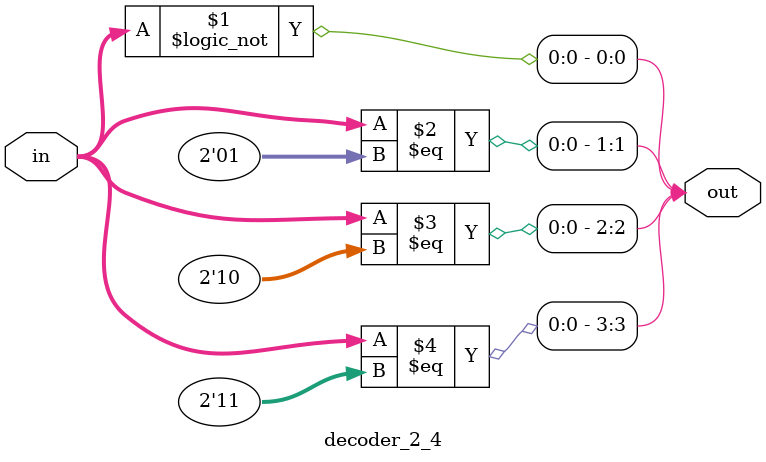
<source format=v>
module decoder_2_4(
    input  wire [ 1:0] in,
    output wire [ 3:0] out
);

genvar i;
generate for (i=0; i<4; i=i+1) begin : gen_for_dec_2_4
    assign out[i] = (in == i);
end endgenerate

endmodule

</source>
